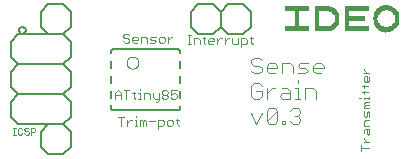
<source format=gto>
G75*
%MOIN*%
%OFA0B0*%
%FSLAX25Y25*%
%IPPOS*%
%LPD*%
%AMOC8*
5,1,8,0,0,1.08239X$1,22.5*
%
%ADD10C,0.00400*%
%ADD11R,0.00150X0.00050*%
%ADD12R,0.01350X0.00050*%
%ADD13R,0.01850X0.00050*%
%ADD14R,0.02300X0.00050*%
%ADD15R,0.02650X0.00050*%
%ADD16R,0.02950X0.00050*%
%ADD17R,0.03250X0.00050*%
%ADD18R,0.03450X0.00050*%
%ADD19R,0.08050X0.00050*%
%ADD20R,0.04450X0.00050*%
%ADD21R,0.08100X0.00050*%
%ADD22R,0.03650X0.00050*%
%ADD23R,0.04750X0.00050*%
%ADD24R,0.03850X0.00050*%
%ADD25R,0.05000X0.00050*%
%ADD26R,0.04050X0.00050*%
%ADD27R,0.05150X0.00050*%
%ADD28R,0.04250X0.00050*%
%ADD29R,0.05300X0.00050*%
%ADD30R,0.05450X0.00050*%
%ADD31R,0.04650X0.00050*%
%ADD32R,0.05600X0.00050*%
%ADD33R,0.05700X0.00050*%
%ADD34R,0.04950X0.00050*%
%ADD35R,0.05800X0.00050*%
%ADD36R,0.05050X0.00050*%
%ADD37R,0.05900X0.00050*%
%ADD38R,0.05250X0.00050*%
%ADD39R,0.06000X0.00050*%
%ADD40R,0.05350X0.00050*%
%ADD41R,0.06100X0.00050*%
%ADD42R,0.06200X0.00050*%
%ADD43R,0.06250X0.00050*%
%ADD44R,0.05750X0.00050*%
%ADD45R,0.06350X0.00050*%
%ADD46R,0.05850X0.00050*%
%ADD47R,0.06400X0.00050*%
%ADD48R,0.05950X0.00050*%
%ADD49R,0.06500X0.00050*%
%ADD50R,0.06050X0.00050*%
%ADD51R,0.06550X0.00050*%
%ADD52R,0.06150X0.00050*%
%ADD53R,0.06600X0.00050*%
%ADD54R,0.06650X0.00050*%
%ADD55R,0.06700X0.00050*%
%ADD56R,0.06450X0.00050*%
%ADD57R,0.06800X0.00050*%
%ADD58R,0.06850X0.00050*%
%ADD59R,0.06900X0.00050*%
%ADD60R,0.02750X0.00050*%
%ADD61R,0.06950X0.00050*%
%ADD62R,0.02600X0.00050*%
%ADD63R,0.07000X0.00050*%
%ADD64R,0.02450X0.00050*%
%ADD65R,0.07050X0.00050*%
%ADD66R,0.02350X0.00050*%
%ADD67R,0.01450X0.00050*%
%ADD68R,0.01400X0.00050*%
%ADD69R,0.02550X0.00050*%
%ADD70R,0.02250X0.00050*%
%ADD71R,0.02400X0.00050*%
%ADD72R,0.02150X0.00050*%
%ADD73R,0.02100X0.00050*%
%ADD74R,0.02000X0.00050*%
%ADD75R,0.02050X0.00050*%
%ADD76R,0.01900X0.00050*%
%ADD77R,0.01950X0.00050*%
%ADD78R,0.01800X0.00050*%
%ADD79R,0.01750X0.00050*%
%ADD80R,0.01700X0.00050*%
%ADD81R,0.01650X0.00050*%
%ADD82R,0.01600X0.00050*%
%ADD83R,0.01550X0.00050*%
%ADD84R,0.01500X0.00050*%
%ADD85R,0.02200X0.00050*%
%ADD86R,0.02800X0.00050*%
%ADD87R,0.06750X0.00050*%
%ADD88C,0.00300*%
%ADD89C,0.00200*%
%ADD90C,0.00600*%
%ADD91C,0.00500*%
D10*
X0088735Y0017000D02*
X0087000Y0020470D01*
X0090470Y0020470D02*
X0088735Y0017000D01*
X0092156Y0017867D02*
X0093024Y0017000D01*
X0094759Y0017000D01*
X0095626Y0017867D01*
X0095626Y0021337D01*
X0092156Y0017867D01*
X0092156Y0021337D01*
X0093024Y0022204D01*
X0094759Y0022204D01*
X0095626Y0021337D01*
X0099891Y0021337D02*
X0100758Y0022204D01*
X0102493Y0022204D01*
X0103361Y0021337D01*
X0103361Y0020470D01*
X0102493Y0019602D01*
X0103361Y0018735D01*
X0103361Y0017867D01*
X0102493Y0017000D01*
X0100758Y0017000D01*
X0099891Y0017867D01*
X0098180Y0017867D02*
X0098180Y0017000D01*
X0097313Y0017000D01*
X0097313Y0017867D01*
X0098180Y0017867D01*
X0101626Y0019602D02*
X0102493Y0019602D01*
X0102477Y0025400D02*
X0102477Y0028870D01*
X0101610Y0028870D01*
X0099923Y0028002D02*
X0099923Y0025400D01*
X0097321Y0025400D01*
X0096453Y0026267D01*
X0097321Y0027135D01*
X0099923Y0027135D01*
X0099923Y0028002D02*
X0099056Y0028870D01*
X0097321Y0028870D01*
X0094759Y0028870D02*
X0093891Y0028870D01*
X0092156Y0027135D01*
X0090470Y0028002D02*
X0088735Y0028002D01*
X0090470Y0028002D02*
X0090470Y0026267D01*
X0089602Y0025400D01*
X0087867Y0025400D01*
X0087000Y0026267D01*
X0087000Y0029737D01*
X0087867Y0030604D01*
X0089602Y0030604D01*
X0090470Y0029737D01*
X0092156Y0028870D02*
X0092156Y0025400D01*
X0101610Y0025400D02*
X0103345Y0025400D01*
X0105047Y0025400D02*
X0105047Y0028870D01*
X0107650Y0028870D01*
X0108517Y0028002D01*
X0108517Y0025400D01*
X0102477Y0030604D02*
X0102477Y0031472D01*
X0102469Y0033800D02*
X0105071Y0033800D01*
X0105939Y0034667D01*
X0105071Y0035535D01*
X0103337Y0035535D01*
X0102469Y0036402D01*
X0103337Y0037270D01*
X0105939Y0037270D01*
X0107626Y0036402D02*
X0108493Y0037270D01*
X0110228Y0037270D01*
X0111095Y0036402D01*
X0111095Y0035535D01*
X0107626Y0035535D01*
X0107626Y0036402D02*
X0107626Y0034667D01*
X0108493Y0033800D01*
X0110228Y0033800D01*
X0100782Y0033800D02*
X0100782Y0036402D01*
X0099915Y0037270D01*
X0097313Y0037270D01*
X0097313Y0033800D01*
X0095626Y0035535D02*
X0092156Y0035535D01*
X0092156Y0036402D02*
X0092156Y0034667D01*
X0093024Y0033800D01*
X0094759Y0033800D01*
X0095626Y0035535D02*
X0095626Y0036402D01*
X0094759Y0037270D01*
X0093024Y0037270D01*
X0092156Y0036402D01*
X0090470Y0035535D02*
X0090470Y0034667D01*
X0089602Y0033800D01*
X0087867Y0033800D01*
X0087000Y0034667D01*
X0089602Y0036402D02*
X0090470Y0035535D01*
X0089602Y0036402D02*
X0087867Y0036402D01*
X0087000Y0037270D01*
X0087000Y0038137D01*
X0087867Y0039004D01*
X0089602Y0039004D01*
X0090470Y0038137D01*
D11*
X0132050Y0047450D03*
X0132050Y0056250D03*
D12*
X0132050Y0056200D03*
X0132050Y0047500D03*
D13*
X0132050Y0047550D03*
X0129150Y0049700D03*
X0129100Y0049750D03*
X0129050Y0049800D03*
X0134950Y0049700D03*
X0135000Y0049750D03*
X0135050Y0049800D03*
X0135050Y0053900D03*
X0135000Y0053950D03*
X0134950Y0054000D03*
X0132050Y0056150D03*
X0129100Y0053950D03*
X0129050Y0053900D03*
X0115000Y0053850D03*
X0114950Y0053900D03*
X0115000Y0049850D03*
X0114950Y0049800D03*
X0114900Y0049750D03*
D14*
X0114425Y0049350D03*
X0114425Y0054350D03*
X0129675Y0054500D03*
X0132025Y0056100D03*
X0134425Y0054500D03*
X0134425Y0049200D03*
X0132025Y0047600D03*
X0129675Y0049200D03*
D15*
X0132050Y0047650D03*
X0132050Y0056050D03*
D16*
X0132050Y0056000D03*
X0130200Y0054750D03*
X0133900Y0054750D03*
X0133900Y0048950D03*
X0132050Y0047700D03*
X0130200Y0048950D03*
D17*
X0132050Y0047750D03*
X0132050Y0055950D03*
D18*
X0132050Y0055900D03*
X0132050Y0047800D03*
D19*
X0102200Y0047850D03*
X0102200Y0047900D03*
X0102200Y0047950D03*
X0102200Y0048000D03*
X0102200Y0048050D03*
X0102200Y0048100D03*
X0102200Y0048150D03*
X0102200Y0048200D03*
X0102200Y0048250D03*
X0102200Y0048300D03*
X0102200Y0048350D03*
X0102200Y0048400D03*
X0102200Y0048450D03*
X0102200Y0048500D03*
X0102200Y0048550D03*
X0102200Y0048600D03*
X0102200Y0048650D03*
X0102200Y0048700D03*
X0102200Y0048750D03*
X0102200Y0048800D03*
X0102200Y0048850D03*
X0102200Y0048900D03*
X0102200Y0048950D03*
X0102200Y0049000D03*
X0102200Y0049050D03*
X0102200Y0049100D03*
X0102200Y0049150D03*
X0102200Y0054550D03*
X0102200Y0054600D03*
X0102200Y0054650D03*
X0102200Y0054700D03*
X0102200Y0054750D03*
X0102200Y0054800D03*
X0102200Y0054850D03*
X0102200Y0054900D03*
X0102200Y0054950D03*
X0102200Y0055000D03*
X0102200Y0055050D03*
X0102200Y0055100D03*
X0102200Y0055150D03*
X0102200Y0055200D03*
X0102200Y0055250D03*
X0102200Y0055300D03*
X0102200Y0055350D03*
X0102200Y0055400D03*
X0102200Y0055450D03*
X0102200Y0055500D03*
X0102200Y0055550D03*
X0102200Y0055600D03*
X0102200Y0055650D03*
X0102200Y0055700D03*
X0102200Y0055750D03*
X0102200Y0055800D03*
X0102200Y0055850D03*
D20*
X0110600Y0055850D03*
X0110600Y0047850D03*
X0132050Y0048050D03*
X0132050Y0055650D03*
D21*
X0122275Y0055650D03*
X0122275Y0055700D03*
X0122275Y0055750D03*
X0122275Y0055800D03*
X0122275Y0055850D03*
X0122275Y0055600D03*
X0122275Y0055550D03*
X0122275Y0055500D03*
X0122275Y0055450D03*
X0122275Y0055400D03*
X0122275Y0055350D03*
X0122275Y0055300D03*
X0122275Y0055250D03*
X0122275Y0055200D03*
X0122275Y0055150D03*
X0122275Y0055100D03*
X0122275Y0055050D03*
X0122275Y0055000D03*
X0122275Y0054950D03*
X0122275Y0054900D03*
X0122275Y0054850D03*
X0122275Y0054800D03*
X0122275Y0054750D03*
X0122275Y0054700D03*
X0122275Y0054650D03*
X0122275Y0054600D03*
X0122275Y0054550D03*
X0122275Y0049150D03*
X0122275Y0049100D03*
X0122275Y0049050D03*
X0122275Y0049000D03*
X0122275Y0048950D03*
X0122275Y0048900D03*
X0122275Y0048850D03*
X0122275Y0048800D03*
X0122275Y0048750D03*
X0122275Y0048700D03*
X0122275Y0048650D03*
X0122275Y0048600D03*
X0122275Y0048550D03*
X0122275Y0048500D03*
X0122275Y0048450D03*
X0122275Y0048400D03*
X0122275Y0048350D03*
X0122275Y0048300D03*
X0122275Y0048250D03*
X0122275Y0048200D03*
X0122275Y0048150D03*
X0122275Y0048100D03*
X0122275Y0048050D03*
X0122275Y0048000D03*
X0122275Y0047950D03*
X0122275Y0047900D03*
X0122275Y0047850D03*
D22*
X0132050Y0047850D03*
X0132050Y0055850D03*
D23*
X0132050Y0055550D03*
X0132050Y0048150D03*
X0110750Y0047900D03*
X0110750Y0055800D03*
D24*
X0132050Y0055800D03*
X0132050Y0047900D03*
D25*
X0110875Y0047950D03*
X0110875Y0055750D03*
D26*
X0132050Y0055750D03*
X0132050Y0047950D03*
D27*
X0110950Y0048000D03*
X0110950Y0055700D03*
D28*
X0132050Y0055700D03*
X0132050Y0048000D03*
D29*
X0111025Y0048050D03*
D30*
X0111100Y0048100D03*
X0111100Y0055600D03*
X0132050Y0055300D03*
X0132050Y0048400D03*
D31*
X0132050Y0048100D03*
X0132050Y0055600D03*
D32*
X0132025Y0055250D03*
X0132025Y0048450D03*
X0111175Y0048150D03*
X0111175Y0055550D03*
D33*
X0111225Y0055500D03*
X0111225Y0048200D03*
D34*
X0132050Y0048200D03*
X0132050Y0055500D03*
D35*
X0111275Y0055450D03*
X0111275Y0048250D03*
D36*
X0132050Y0048250D03*
X0132050Y0055450D03*
D37*
X0111325Y0048300D03*
D38*
X0132050Y0048300D03*
X0132050Y0055400D03*
D39*
X0111375Y0055350D03*
X0111375Y0048350D03*
D40*
X0111050Y0055650D03*
X0132050Y0055350D03*
X0132050Y0048350D03*
D41*
X0111425Y0048400D03*
X0111425Y0055300D03*
D42*
X0111475Y0055250D03*
X0111475Y0048450D03*
D43*
X0111500Y0048500D03*
X0111500Y0055200D03*
X0132050Y0054950D03*
X0132050Y0048750D03*
D44*
X0132050Y0048500D03*
X0132050Y0055200D03*
D45*
X0132050Y0054900D03*
X0132050Y0048800D03*
X0111550Y0048550D03*
X0111550Y0055150D03*
D46*
X0132050Y0055150D03*
X0132050Y0048550D03*
D47*
X0111575Y0048600D03*
X0111575Y0055100D03*
D48*
X0111350Y0055400D03*
X0132050Y0055100D03*
X0132050Y0048600D03*
D49*
X0111625Y0048650D03*
X0111625Y0055050D03*
D50*
X0132050Y0055050D03*
X0132050Y0048650D03*
D51*
X0132050Y0048900D03*
X0132050Y0054800D03*
X0111650Y0055000D03*
X0111650Y0048700D03*
D52*
X0132050Y0048700D03*
X0132050Y0055000D03*
D53*
X0121525Y0052500D03*
X0121525Y0052450D03*
X0121525Y0052400D03*
X0121525Y0052350D03*
X0121525Y0052300D03*
X0121525Y0052250D03*
X0121525Y0052200D03*
X0121525Y0052150D03*
X0121525Y0052100D03*
X0121525Y0052050D03*
X0121525Y0052000D03*
X0121525Y0051950D03*
X0121525Y0051900D03*
X0121525Y0051850D03*
X0121525Y0051800D03*
X0121525Y0051750D03*
X0121525Y0051700D03*
X0121525Y0051650D03*
X0121525Y0051600D03*
X0121525Y0051550D03*
X0121525Y0051500D03*
X0121525Y0051450D03*
X0121525Y0051400D03*
X0121525Y0051350D03*
X0121525Y0051300D03*
X0121525Y0051250D03*
X0121525Y0051200D03*
X0111675Y0048750D03*
X0111675Y0054950D03*
D54*
X0111700Y0048800D03*
D55*
X0111725Y0048850D03*
X0111725Y0054900D03*
D56*
X0132050Y0054850D03*
X0132050Y0048850D03*
D57*
X0111775Y0048900D03*
X0111775Y0054800D03*
D58*
X0111800Y0054750D03*
X0111800Y0048950D03*
D59*
X0111825Y0049000D03*
X0111825Y0054700D03*
D60*
X0114050Y0049200D03*
X0130050Y0049000D03*
X0134050Y0049000D03*
X0134050Y0054700D03*
X0130050Y0054700D03*
D61*
X0111850Y0054650D03*
X0111850Y0049050D03*
D62*
X0114225Y0054450D03*
X0129925Y0054650D03*
X0134175Y0054650D03*
X0134175Y0049050D03*
X0129925Y0049050D03*
D63*
X0111875Y0049100D03*
X0111875Y0054600D03*
D64*
X0129850Y0054600D03*
X0134250Y0054600D03*
X0134250Y0049100D03*
X0129850Y0049100D03*
D65*
X0111900Y0049150D03*
X0111900Y0054550D03*
D66*
X0129750Y0054550D03*
X0134350Y0054550D03*
X0134350Y0049150D03*
X0129750Y0049150D03*
D67*
X0128400Y0051500D03*
X0128400Y0051550D03*
X0128400Y0051600D03*
X0128400Y0051650D03*
X0128400Y0052050D03*
X0128400Y0052100D03*
X0128400Y0052150D03*
X0128400Y0052200D03*
X0135700Y0052150D03*
X0135700Y0052100D03*
X0135700Y0052050D03*
X0135700Y0052000D03*
X0135700Y0051950D03*
X0135700Y0051750D03*
X0135700Y0051700D03*
X0135700Y0051650D03*
X0135700Y0051600D03*
X0135700Y0051550D03*
X0102200Y0049200D03*
X0102200Y0054500D03*
D68*
X0102225Y0054450D03*
X0102225Y0054400D03*
X0102225Y0054350D03*
X0102225Y0054300D03*
X0102225Y0054250D03*
X0102225Y0054200D03*
X0102225Y0054150D03*
X0102225Y0054100D03*
X0102225Y0054050D03*
X0102225Y0054000D03*
X0102225Y0053950D03*
X0102225Y0053900D03*
X0102225Y0053850D03*
X0102225Y0053800D03*
X0102225Y0053750D03*
X0102225Y0053700D03*
X0102225Y0053650D03*
X0102225Y0053600D03*
X0102225Y0053550D03*
X0102225Y0053500D03*
X0102225Y0053450D03*
X0102225Y0053400D03*
X0102225Y0053350D03*
X0102225Y0053300D03*
X0102225Y0053250D03*
X0102225Y0053200D03*
X0102225Y0053150D03*
X0102225Y0053100D03*
X0102225Y0053050D03*
X0102225Y0053000D03*
X0102225Y0052950D03*
X0102225Y0052900D03*
X0102225Y0052850D03*
X0102225Y0052800D03*
X0102225Y0052750D03*
X0102225Y0052700D03*
X0102225Y0052650D03*
X0102225Y0052600D03*
X0102225Y0052550D03*
X0102225Y0052500D03*
X0102225Y0052450D03*
X0102225Y0052400D03*
X0102225Y0052350D03*
X0102225Y0052300D03*
X0102225Y0052250D03*
X0102225Y0052200D03*
X0102225Y0052150D03*
X0102225Y0052100D03*
X0102225Y0052050D03*
X0102225Y0052000D03*
X0102225Y0051950D03*
X0102225Y0051900D03*
X0102225Y0051850D03*
X0102225Y0051800D03*
X0102225Y0051750D03*
X0102225Y0051700D03*
X0102225Y0051650D03*
X0102225Y0051600D03*
X0102225Y0051550D03*
X0102225Y0051500D03*
X0102225Y0051450D03*
X0102225Y0051400D03*
X0102225Y0051350D03*
X0102225Y0051300D03*
X0102225Y0051250D03*
X0102225Y0051200D03*
X0102225Y0051150D03*
X0102225Y0051100D03*
X0102225Y0051050D03*
X0102225Y0051000D03*
X0102225Y0050950D03*
X0102225Y0050900D03*
X0102225Y0050850D03*
X0102225Y0050800D03*
X0102225Y0050750D03*
X0102225Y0050700D03*
X0102225Y0050650D03*
X0102225Y0050600D03*
X0102225Y0050550D03*
X0102225Y0050500D03*
X0102225Y0050450D03*
X0102225Y0050400D03*
X0102225Y0050350D03*
X0102225Y0050300D03*
X0102225Y0050250D03*
X0102225Y0050200D03*
X0102225Y0050150D03*
X0102225Y0050100D03*
X0102225Y0050050D03*
X0102225Y0050000D03*
X0102225Y0049950D03*
X0102225Y0049900D03*
X0102225Y0049850D03*
X0102225Y0049800D03*
X0102225Y0049750D03*
X0102225Y0049700D03*
X0102225Y0049650D03*
X0102225Y0049600D03*
X0102225Y0049550D03*
X0102225Y0049500D03*
X0102225Y0049450D03*
X0102225Y0049400D03*
X0102225Y0049350D03*
X0102225Y0049300D03*
X0102225Y0049250D03*
X0109075Y0049250D03*
X0109075Y0049300D03*
X0109075Y0049350D03*
X0109075Y0049400D03*
X0109075Y0049450D03*
X0109075Y0049500D03*
X0109075Y0049550D03*
X0109075Y0049600D03*
X0109075Y0049650D03*
X0109075Y0049700D03*
X0109075Y0049750D03*
X0109075Y0049800D03*
X0109075Y0049850D03*
X0109075Y0049900D03*
X0109075Y0049950D03*
X0109075Y0050000D03*
X0109075Y0050050D03*
X0109075Y0050100D03*
X0109075Y0050150D03*
X0109075Y0050200D03*
X0109075Y0050250D03*
X0109075Y0050300D03*
X0109075Y0050350D03*
X0109075Y0050400D03*
X0109075Y0050450D03*
X0109075Y0050500D03*
X0109075Y0050550D03*
X0109075Y0050600D03*
X0109075Y0050650D03*
X0109075Y0050700D03*
X0109075Y0050750D03*
X0109075Y0050800D03*
X0109075Y0050850D03*
X0109075Y0050900D03*
X0109075Y0050950D03*
X0109075Y0051000D03*
X0109075Y0051050D03*
X0109075Y0051100D03*
X0109075Y0051150D03*
X0109075Y0051200D03*
X0109075Y0051250D03*
X0109075Y0051300D03*
X0109075Y0051350D03*
X0109075Y0051400D03*
X0109075Y0051450D03*
X0109075Y0051500D03*
X0109075Y0051550D03*
X0109075Y0051600D03*
X0109075Y0051650D03*
X0109075Y0051700D03*
X0109075Y0051750D03*
X0109075Y0051800D03*
X0109075Y0051850D03*
X0109075Y0051900D03*
X0109075Y0051950D03*
X0109075Y0052000D03*
X0109075Y0052050D03*
X0109075Y0052100D03*
X0109075Y0052150D03*
X0109075Y0052200D03*
X0109075Y0052250D03*
X0109075Y0052300D03*
X0109075Y0052350D03*
X0109075Y0052400D03*
X0109075Y0052450D03*
X0109075Y0052500D03*
X0109075Y0052550D03*
X0109075Y0052600D03*
X0109075Y0052650D03*
X0109075Y0052700D03*
X0109075Y0052750D03*
X0109075Y0052800D03*
X0109075Y0052850D03*
X0109075Y0052900D03*
X0109075Y0052950D03*
X0109075Y0053000D03*
X0109075Y0053050D03*
X0109075Y0053100D03*
X0109075Y0053150D03*
X0109075Y0053200D03*
X0109075Y0053250D03*
X0109075Y0053300D03*
X0109075Y0053350D03*
X0109075Y0053400D03*
X0109075Y0053450D03*
X0109075Y0053500D03*
X0109075Y0053550D03*
X0109075Y0053600D03*
X0109075Y0053650D03*
X0109075Y0053700D03*
X0109075Y0053750D03*
X0109075Y0053800D03*
X0109075Y0053850D03*
X0109075Y0053900D03*
X0109075Y0053950D03*
X0109075Y0054000D03*
X0109075Y0054050D03*
X0109075Y0054100D03*
X0109075Y0054150D03*
X0109075Y0054200D03*
X0109075Y0054250D03*
X0109075Y0054300D03*
X0109075Y0054350D03*
X0109075Y0054400D03*
X0109075Y0054450D03*
X0109075Y0054500D03*
X0118925Y0054500D03*
X0118925Y0054450D03*
X0118925Y0054400D03*
X0118925Y0054350D03*
X0118925Y0054300D03*
X0118925Y0054250D03*
X0118925Y0054200D03*
X0118925Y0054150D03*
X0118925Y0054100D03*
X0118925Y0054050D03*
X0118925Y0054000D03*
X0118925Y0053950D03*
X0118925Y0053900D03*
X0118925Y0053850D03*
X0118925Y0053800D03*
X0118925Y0053750D03*
X0118925Y0053700D03*
X0118925Y0053650D03*
X0118925Y0053600D03*
X0118925Y0053550D03*
X0118925Y0053500D03*
X0118925Y0053450D03*
X0118925Y0053400D03*
X0118925Y0053350D03*
X0118925Y0053300D03*
X0118925Y0053250D03*
X0118925Y0053200D03*
X0118925Y0053150D03*
X0118925Y0053100D03*
X0118925Y0053050D03*
X0118925Y0053000D03*
X0118925Y0052950D03*
X0118925Y0052900D03*
X0118925Y0052850D03*
X0118925Y0052800D03*
X0118925Y0052750D03*
X0118925Y0052700D03*
X0118925Y0052650D03*
X0118925Y0052600D03*
X0118925Y0052550D03*
X0118925Y0051150D03*
X0118925Y0051100D03*
X0118925Y0051050D03*
X0118925Y0051000D03*
X0118925Y0050950D03*
X0118925Y0050900D03*
X0118925Y0050850D03*
X0118925Y0050800D03*
X0118925Y0050750D03*
X0118925Y0050700D03*
X0118925Y0050650D03*
X0118925Y0050600D03*
X0118925Y0050550D03*
X0118925Y0050500D03*
X0118925Y0050450D03*
X0118925Y0050400D03*
X0118925Y0050350D03*
X0118925Y0050300D03*
X0118925Y0050250D03*
X0118925Y0050200D03*
X0118925Y0050150D03*
X0118925Y0050100D03*
X0118925Y0050050D03*
X0118925Y0050000D03*
X0118925Y0049950D03*
X0118925Y0049900D03*
X0118925Y0049850D03*
X0118925Y0049800D03*
X0118925Y0049750D03*
X0118925Y0049700D03*
X0118925Y0049650D03*
X0118925Y0049600D03*
X0118925Y0049550D03*
X0118925Y0049500D03*
X0118925Y0049450D03*
X0118925Y0049400D03*
X0118925Y0049350D03*
X0118925Y0049300D03*
X0118925Y0049250D03*
X0118925Y0049200D03*
X0109075Y0049200D03*
D69*
X0114200Y0049250D03*
D70*
X0114500Y0049400D03*
X0114500Y0054300D03*
X0129600Y0054450D03*
X0134500Y0054450D03*
X0134500Y0049250D03*
X0129600Y0049250D03*
D71*
X0114325Y0049300D03*
X0114325Y0054400D03*
D72*
X0114550Y0049450D03*
X0129550Y0049300D03*
X0134550Y0049300D03*
X0134550Y0054400D03*
X0129550Y0054400D03*
D73*
X0129475Y0054350D03*
X0129425Y0054300D03*
X0134625Y0054350D03*
X0134675Y0054300D03*
X0134675Y0049400D03*
X0134625Y0049350D03*
X0129475Y0049350D03*
X0129425Y0049400D03*
X0114625Y0049500D03*
X0114625Y0054200D03*
D74*
X0114775Y0049600D03*
X0129275Y0049550D03*
X0129325Y0049500D03*
X0129375Y0049450D03*
X0134725Y0049450D03*
X0134775Y0049500D03*
X0134825Y0049550D03*
X0134825Y0054150D03*
X0134775Y0054200D03*
X0134725Y0054250D03*
X0129375Y0054250D03*
X0129325Y0054200D03*
X0129275Y0054150D03*
D75*
X0114750Y0054100D03*
X0114700Y0054150D03*
X0114700Y0049550D03*
D76*
X0129175Y0049650D03*
X0129225Y0049600D03*
X0134875Y0049600D03*
X0134925Y0049650D03*
X0134925Y0054050D03*
X0134875Y0054100D03*
X0129225Y0054100D03*
X0129175Y0054050D03*
X0129125Y0054000D03*
D77*
X0114900Y0053950D03*
X0114850Y0054000D03*
X0114800Y0054050D03*
X0114850Y0049700D03*
X0114800Y0049650D03*
D78*
X0115025Y0049900D03*
X0115075Y0049950D03*
X0115075Y0053750D03*
X0115025Y0053800D03*
X0128975Y0053800D03*
X0129025Y0053850D03*
X0135075Y0053850D03*
X0135125Y0053800D03*
X0135125Y0049900D03*
X0135075Y0049850D03*
X0129025Y0049850D03*
X0128975Y0049900D03*
D79*
X0128950Y0049950D03*
X0128900Y0050000D03*
X0128900Y0050050D03*
X0135150Y0049950D03*
X0135200Y0050050D03*
X0135200Y0053650D03*
X0135150Y0053750D03*
X0128950Y0053750D03*
X0128900Y0053700D03*
X0128900Y0053650D03*
X0115200Y0053550D03*
X0115150Y0053600D03*
X0115150Y0053650D03*
X0115100Y0053700D03*
X0115200Y0050150D03*
X0115150Y0050050D03*
X0115100Y0050000D03*
D80*
X0115175Y0050100D03*
X0115225Y0050200D03*
X0115275Y0050250D03*
X0115275Y0053400D03*
X0115275Y0053450D03*
X0115225Y0053500D03*
X0128775Y0053450D03*
X0128825Y0053550D03*
X0128875Y0053600D03*
X0135175Y0053700D03*
X0135225Y0053600D03*
X0135275Y0053550D03*
X0135325Y0053450D03*
X0135325Y0050250D03*
X0135275Y0050150D03*
X0135225Y0050100D03*
X0135175Y0050000D03*
X0128875Y0050100D03*
X0128825Y0050150D03*
X0128775Y0050250D03*
D81*
X0128750Y0050300D03*
X0128700Y0050400D03*
X0128800Y0050200D03*
X0128700Y0053300D03*
X0128750Y0053400D03*
X0128800Y0053500D03*
X0135300Y0053500D03*
X0135350Y0053400D03*
X0135350Y0053350D03*
X0135400Y0053300D03*
X0135400Y0050400D03*
X0135350Y0050350D03*
X0135350Y0050300D03*
X0135300Y0050200D03*
X0115400Y0050550D03*
X0115350Y0050450D03*
X0115350Y0050400D03*
X0115300Y0050350D03*
X0115300Y0050300D03*
X0115400Y0053150D03*
X0115400Y0053200D03*
X0115350Y0053250D03*
X0115350Y0053300D03*
X0115300Y0053350D03*
D82*
X0115425Y0053100D03*
X0115425Y0053050D03*
X0115475Y0053000D03*
X0115475Y0052950D03*
X0115475Y0052900D03*
X0115525Y0052850D03*
X0115525Y0052800D03*
X0115575Y0052600D03*
X0115525Y0050900D03*
X0115475Y0050750D03*
X0115475Y0050700D03*
X0115425Y0050650D03*
X0115425Y0050600D03*
X0115375Y0050500D03*
X0128575Y0050700D03*
X0128625Y0050600D03*
X0128625Y0050550D03*
X0128675Y0050500D03*
X0128675Y0050450D03*
X0128725Y0050350D03*
X0128575Y0053000D03*
X0128625Y0053100D03*
X0128625Y0053150D03*
X0128675Y0053200D03*
X0128675Y0053250D03*
X0128725Y0053350D03*
X0135425Y0053250D03*
X0135425Y0053200D03*
X0135475Y0053150D03*
X0135475Y0053100D03*
X0135525Y0053000D03*
X0135525Y0050700D03*
X0135475Y0050600D03*
X0135475Y0050550D03*
X0135425Y0050500D03*
X0135425Y0050450D03*
D83*
X0135500Y0050650D03*
X0135550Y0050750D03*
X0135550Y0050800D03*
X0135550Y0050850D03*
X0135600Y0050950D03*
X0135600Y0051000D03*
X0135650Y0051200D03*
X0135650Y0052500D03*
X0135600Y0052700D03*
X0135600Y0052750D03*
X0135600Y0052800D03*
X0135550Y0052850D03*
X0135550Y0052900D03*
X0135550Y0052950D03*
X0135500Y0053050D03*
X0128600Y0053050D03*
X0128550Y0052950D03*
X0128550Y0052900D03*
X0128550Y0052850D03*
X0128500Y0052800D03*
X0128500Y0052750D03*
X0128500Y0052700D03*
X0128500Y0051000D03*
X0128500Y0050950D03*
X0128500Y0050900D03*
X0128550Y0050850D03*
X0128550Y0050800D03*
X0128550Y0050750D03*
X0128600Y0050650D03*
X0115650Y0051550D03*
X0115650Y0051600D03*
X0115650Y0051650D03*
X0115650Y0051700D03*
X0115650Y0051750D03*
X0115650Y0051800D03*
X0115650Y0051850D03*
X0115650Y0051900D03*
X0115650Y0051950D03*
X0115650Y0052000D03*
X0115650Y0052050D03*
X0115650Y0052100D03*
X0115650Y0052150D03*
X0115650Y0052200D03*
X0115600Y0052350D03*
X0115600Y0052400D03*
X0115600Y0052450D03*
X0115600Y0052500D03*
X0115600Y0052550D03*
X0115550Y0052650D03*
X0115550Y0052700D03*
X0115550Y0052750D03*
X0115600Y0051300D03*
X0115600Y0051250D03*
X0115600Y0051200D03*
X0115600Y0051150D03*
X0115550Y0051100D03*
X0115550Y0051050D03*
X0115550Y0051000D03*
X0115550Y0050950D03*
X0115500Y0050850D03*
X0115500Y0050800D03*
D84*
X0115625Y0051350D03*
X0115625Y0051400D03*
X0115625Y0051450D03*
X0115625Y0051500D03*
X0115625Y0052250D03*
X0115625Y0052300D03*
X0128375Y0052000D03*
X0128375Y0051950D03*
X0128375Y0051900D03*
X0128375Y0051850D03*
X0128375Y0051800D03*
X0128375Y0051750D03*
X0128375Y0051700D03*
X0128425Y0051450D03*
X0128425Y0051400D03*
X0128425Y0051350D03*
X0128425Y0051300D03*
X0128425Y0051250D03*
X0128425Y0051200D03*
X0128475Y0051150D03*
X0128475Y0051100D03*
X0128475Y0051050D03*
X0128425Y0052250D03*
X0128425Y0052300D03*
X0128425Y0052350D03*
X0128425Y0052400D03*
X0128425Y0052450D03*
X0128425Y0052500D03*
X0128475Y0052550D03*
X0128475Y0052600D03*
X0128475Y0052650D03*
X0135625Y0052650D03*
X0135625Y0052600D03*
X0135625Y0052550D03*
X0135675Y0052450D03*
X0135675Y0052400D03*
X0135675Y0052350D03*
X0135675Y0052300D03*
X0135675Y0052250D03*
X0135675Y0052200D03*
X0135725Y0051900D03*
X0135725Y0051850D03*
X0135725Y0051800D03*
X0135675Y0051500D03*
X0135675Y0051450D03*
X0135675Y0051400D03*
X0135675Y0051350D03*
X0135675Y0051300D03*
X0135675Y0051250D03*
X0135625Y0051150D03*
X0135625Y0051100D03*
X0135625Y0051050D03*
X0135575Y0050900D03*
D85*
X0114575Y0054250D03*
D86*
X0114075Y0054500D03*
D87*
X0111750Y0054850D03*
D88*
X0087443Y0045485D02*
X0086476Y0045485D01*
X0086959Y0045969D02*
X0086959Y0044034D01*
X0087443Y0043550D01*
X0085464Y0044034D02*
X0084980Y0043550D01*
X0083529Y0043550D01*
X0082518Y0043550D02*
X0082518Y0045485D01*
X0083529Y0045485D02*
X0084980Y0045485D01*
X0085464Y0045001D01*
X0085464Y0044034D01*
X0083529Y0042583D02*
X0083529Y0045485D01*
X0080583Y0045485D02*
X0080583Y0044034D01*
X0081066Y0043550D01*
X0082518Y0043550D01*
X0079578Y0045485D02*
X0079095Y0045485D01*
X0078127Y0044517D01*
X0078127Y0043550D02*
X0078127Y0045485D01*
X0077123Y0045485D02*
X0076639Y0045485D01*
X0075672Y0044517D01*
X0075672Y0043550D02*
X0075672Y0045485D01*
X0074660Y0045001D02*
X0074660Y0044517D01*
X0072725Y0044517D01*
X0072725Y0044034D02*
X0072725Y0045001D01*
X0073209Y0045485D01*
X0074176Y0045485D01*
X0074660Y0045001D01*
X0074176Y0043550D02*
X0073209Y0043550D01*
X0072725Y0044034D01*
X0071728Y0043550D02*
X0071245Y0044034D01*
X0071245Y0045969D01*
X0071728Y0045485D02*
X0070761Y0045485D01*
X0069749Y0045001D02*
X0069749Y0043550D01*
X0067814Y0043550D02*
X0067814Y0045485D01*
X0069266Y0045485D01*
X0069749Y0045001D01*
X0066817Y0043550D02*
X0065850Y0043550D01*
X0066334Y0043550D02*
X0066334Y0046452D01*
X0066817Y0046452D02*
X0065850Y0046452D01*
X0060584Y0046035D02*
X0060100Y0046035D01*
X0059133Y0045067D01*
X0059133Y0044100D02*
X0059133Y0046035D01*
X0058121Y0045551D02*
X0057637Y0046035D01*
X0056670Y0046035D01*
X0056186Y0045551D01*
X0056186Y0044584D01*
X0056670Y0044100D01*
X0057637Y0044100D01*
X0058121Y0044584D01*
X0058121Y0045551D01*
X0055175Y0046035D02*
X0053723Y0046035D01*
X0053240Y0045551D01*
X0053723Y0045067D01*
X0054691Y0045067D01*
X0055175Y0044584D01*
X0054691Y0044100D01*
X0053240Y0044100D01*
X0052228Y0044100D02*
X0052228Y0045551D01*
X0051744Y0046035D01*
X0050293Y0046035D01*
X0050293Y0044100D01*
X0049281Y0045067D02*
X0047347Y0045067D01*
X0047347Y0044584D02*
X0047347Y0045551D01*
X0047830Y0046035D01*
X0048798Y0046035D01*
X0049281Y0045551D01*
X0049281Y0045067D01*
X0048798Y0044100D02*
X0047830Y0044100D01*
X0047347Y0044584D01*
X0046335Y0044584D02*
X0045851Y0044100D01*
X0044884Y0044100D01*
X0044400Y0044584D01*
X0044884Y0045551D02*
X0045851Y0045551D01*
X0046335Y0045067D01*
X0046335Y0044584D01*
X0044884Y0045551D02*
X0044400Y0046035D01*
X0044400Y0046519D01*
X0044884Y0047002D01*
X0045851Y0047002D01*
X0046335Y0046519D01*
X0049841Y0028686D02*
X0049841Y0028202D01*
X0047877Y0027719D02*
X0047877Y0025784D01*
X0048361Y0025300D01*
X0049357Y0025300D02*
X0050325Y0025300D01*
X0049841Y0025300D02*
X0049841Y0027235D01*
X0049357Y0027235D01*
X0048361Y0027235D02*
X0047393Y0027235D01*
X0046381Y0028202D02*
X0044447Y0028202D01*
X0045414Y0028202D02*
X0045414Y0025300D01*
X0043435Y0025300D02*
X0043435Y0027235D01*
X0042467Y0028202D01*
X0041500Y0027235D01*
X0041500Y0025300D01*
X0041500Y0026751D02*
X0043435Y0026751D01*
X0051322Y0027235D02*
X0051322Y0025300D01*
X0053257Y0025300D02*
X0053257Y0026751D01*
X0052773Y0027235D01*
X0051322Y0027235D01*
X0054268Y0027235D02*
X0054268Y0025784D01*
X0054752Y0025300D01*
X0056203Y0025300D01*
X0056203Y0024816D02*
X0055719Y0024333D01*
X0055236Y0024333D01*
X0056203Y0024816D02*
X0056203Y0027235D01*
X0057215Y0027235D02*
X0057215Y0027719D01*
X0057698Y0028202D01*
X0058666Y0028202D01*
X0059150Y0027719D01*
X0059150Y0027235D01*
X0058666Y0026751D01*
X0057698Y0026751D01*
X0057215Y0027235D01*
X0057698Y0026751D02*
X0057215Y0026267D01*
X0057215Y0025784D01*
X0057698Y0025300D01*
X0058666Y0025300D01*
X0059150Y0025784D01*
X0059150Y0026267D01*
X0058666Y0026751D01*
X0060161Y0026751D02*
X0061129Y0027235D01*
X0061613Y0027235D01*
X0062096Y0026751D01*
X0062096Y0025784D01*
X0061613Y0025300D01*
X0060645Y0025300D01*
X0060161Y0025784D01*
X0060161Y0026751D02*
X0060161Y0028202D01*
X0062096Y0028202D01*
X0048586Y0019736D02*
X0048586Y0019252D01*
X0048586Y0018285D02*
X0048586Y0016350D01*
X0049069Y0016350D02*
X0048102Y0016350D01*
X0050066Y0016350D02*
X0050066Y0018285D01*
X0050550Y0018285D01*
X0051034Y0017801D01*
X0051518Y0018285D01*
X0052001Y0017801D01*
X0052001Y0016350D01*
X0051034Y0016350D02*
X0051034Y0017801D01*
X0053013Y0017801D02*
X0054948Y0017801D01*
X0055959Y0018285D02*
X0057411Y0018285D01*
X0057894Y0017801D01*
X0057894Y0016834D01*
X0057411Y0016350D01*
X0055959Y0016350D01*
X0055959Y0015383D02*
X0055959Y0018285D01*
X0058906Y0017801D02*
X0058906Y0016834D01*
X0059390Y0016350D01*
X0060357Y0016350D01*
X0060841Y0016834D01*
X0060841Y0017801D01*
X0060357Y0018285D01*
X0059390Y0018285D01*
X0058906Y0017801D01*
X0061852Y0018285D02*
X0062820Y0018285D01*
X0062336Y0018769D02*
X0062336Y0016834D01*
X0062820Y0016350D01*
X0048586Y0018285D02*
X0048102Y0018285D01*
X0047098Y0018285D02*
X0046614Y0018285D01*
X0045647Y0017317D01*
X0045647Y0016350D02*
X0045647Y0018285D01*
X0044635Y0019252D02*
X0042700Y0019252D01*
X0043667Y0019252D02*
X0043667Y0016350D01*
X0123014Y0025622D02*
X0123498Y0025622D01*
X0124465Y0025622D02*
X0126400Y0025622D01*
X0126400Y0026105D02*
X0126400Y0025138D01*
X0126400Y0024126D02*
X0124949Y0024126D01*
X0124465Y0023643D01*
X0124949Y0023159D01*
X0126400Y0023159D01*
X0124949Y0023159D02*
X0124465Y0022675D01*
X0124465Y0022191D01*
X0126400Y0022191D01*
X0125916Y0021180D02*
X0125433Y0020696D01*
X0125433Y0019729D01*
X0124949Y0019245D01*
X0124465Y0019729D01*
X0124465Y0021180D01*
X0125916Y0021180D02*
X0126400Y0020696D01*
X0126400Y0019245D01*
X0126400Y0018233D02*
X0124949Y0018233D01*
X0124465Y0017750D01*
X0124465Y0016298D01*
X0126400Y0016298D01*
X0126400Y0015287D02*
X0124949Y0015287D01*
X0124465Y0014803D01*
X0124465Y0013836D01*
X0125433Y0013836D02*
X0125916Y0013352D01*
X0126400Y0013836D01*
X0126400Y0015287D01*
X0125433Y0015287D02*
X0125433Y0013836D01*
X0124465Y0012348D02*
X0124465Y0011864D01*
X0125433Y0010897D01*
X0126400Y0010897D02*
X0124465Y0010897D01*
X0123498Y0009885D02*
X0123498Y0007950D01*
X0123498Y0008917D02*
X0126400Y0008917D01*
X0124465Y0025138D02*
X0124465Y0025622D01*
X0124465Y0027102D02*
X0124465Y0028070D01*
X0123981Y0027586D02*
X0125916Y0027586D01*
X0126400Y0028070D01*
X0125916Y0029550D02*
X0123981Y0029550D01*
X0124465Y0029067D02*
X0124465Y0030034D01*
X0124949Y0031031D02*
X0124465Y0031515D01*
X0124465Y0032482D01*
X0124949Y0032966D01*
X0125433Y0032966D01*
X0125433Y0031031D01*
X0125916Y0031031D02*
X0124949Y0031031D01*
X0125916Y0031031D02*
X0126400Y0031515D01*
X0126400Y0032482D01*
X0126400Y0033978D02*
X0124465Y0033978D01*
X0124465Y0034945D02*
X0124465Y0035429D01*
X0124465Y0034945D02*
X0125433Y0033978D01*
X0126400Y0030034D02*
X0125916Y0029550D01*
D89*
X0045441Y0037391D02*
X0045443Y0037479D01*
X0045449Y0037567D01*
X0045459Y0037655D01*
X0045473Y0037743D01*
X0045490Y0037829D01*
X0045512Y0037915D01*
X0045537Y0037999D01*
X0045567Y0038083D01*
X0045599Y0038165D01*
X0045636Y0038245D01*
X0045676Y0038324D01*
X0045720Y0038401D01*
X0045767Y0038476D01*
X0045817Y0038548D01*
X0045871Y0038619D01*
X0045927Y0038686D01*
X0045987Y0038752D01*
X0046049Y0038814D01*
X0046115Y0038874D01*
X0046182Y0038930D01*
X0046253Y0038984D01*
X0046325Y0039034D01*
X0046400Y0039081D01*
X0046477Y0039125D01*
X0046556Y0039165D01*
X0046636Y0039202D01*
X0046718Y0039234D01*
X0046802Y0039264D01*
X0046886Y0039289D01*
X0046972Y0039311D01*
X0047058Y0039328D01*
X0047146Y0039342D01*
X0047234Y0039352D01*
X0047322Y0039358D01*
X0047410Y0039360D01*
X0047498Y0039358D01*
X0047586Y0039352D01*
X0047674Y0039342D01*
X0047762Y0039328D01*
X0047848Y0039311D01*
X0047934Y0039289D01*
X0048018Y0039264D01*
X0048102Y0039234D01*
X0048184Y0039202D01*
X0048264Y0039165D01*
X0048343Y0039125D01*
X0048420Y0039081D01*
X0048495Y0039034D01*
X0048567Y0038984D01*
X0048638Y0038930D01*
X0048705Y0038874D01*
X0048771Y0038814D01*
X0048833Y0038752D01*
X0048893Y0038686D01*
X0048949Y0038619D01*
X0049003Y0038548D01*
X0049053Y0038476D01*
X0049100Y0038401D01*
X0049144Y0038324D01*
X0049184Y0038245D01*
X0049221Y0038165D01*
X0049253Y0038083D01*
X0049283Y0037999D01*
X0049308Y0037915D01*
X0049330Y0037829D01*
X0049347Y0037743D01*
X0049361Y0037655D01*
X0049371Y0037567D01*
X0049377Y0037479D01*
X0049379Y0037391D01*
X0049377Y0037303D01*
X0049371Y0037215D01*
X0049361Y0037127D01*
X0049347Y0037039D01*
X0049330Y0036953D01*
X0049308Y0036867D01*
X0049283Y0036783D01*
X0049253Y0036699D01*
X0049221Y0036617D01*
X0049184Y0036537D01*
X0049144Y0036458D01*
X0049100Y0036381D01*
X0049053Y0036306D01*
X0049003Y0036234D01*
X0048949Y0036163D01*
X0048893Y0036096D01*
X0048833Y0036030D01*
X0048771Y0035968D01*
X0048705Y0035908D01*
X0048638Y0035852D01*
X0048567Y0035798D01*
X0048495Y0035748D01*
X0048420Y0035701D01*
X0048343Y0035657D01*
X0048264Y0035617D01*
X0048184Y0035580D01*
X0048102Y0035548D01*
X0048018Y0035518D01*
X0047934Y0035493D01*
X0047848Y0035471D01*
X0047762Y0035454D01*
X0047674Y0035440D01*
X0047586Y0035430D01*
X0047498Y0035424D01*
X0047410Y0035422D01*
X0047322Y0035424D01*
X0047234Y0035430D01*
X0047146Y0035440D01*
X0047058Y0035454D01*
X0046972Y0035471D01*
X0046886Y0035493D01*
X0046802Y0035518D01*
X0046718Y0035548D01*
X0046636Y0035580D01*
X0046556Y0035617D01*
X0046477Y0035657D01*
X0046400Y0035701D01*
X0046325Y0035748D01*
X0046253Y0035798D01*
X0046182Y0035852D01*
X0046115Y0035908D01*
X0046049Y0035968D01*
X0045987Y0036030D01*
X0045927Y0036096D01*
X0045871Y0036163D01*
X0045817Y0036234D01*
X0045767Y0036306D01*
X0045720Y0036381D01*
X0045676Y0036458D01*
X0045636Y0036537D01*
X0045599Y0036617D01*
X0045567Y0036699D01*
X0045537Y0036783D01*
X0045512Y0036867D01*
X0045490Y0036953D01*
X0045473Y0037039D01*
X0045459Y0037127D01*
X0045449Y0037215D01*
X0045443Y0037303D01*
X0045441Y0037391D01*
X0015061Y0015285D02*
X0014694Y0015652D01*
X0013593Y0015652D01*
X0013593Y0013450D01*
X0013593Y0014184D02*
X0014694Y0014184D01*
X0015061Y0014551D01*
X0015061Y0015285D01*
X0012851Y0015285D02*
X0012484Y0015652D01*
X0011750Y0015652D01*
X0011383Y0015285D01*
X0011383Y0014918D01*
X0011750Y0014551D01*
X0012484Y0014551D01*
X0012851Y0014184D01*
X0012851Y0013817D01*
X0012484Y0013450D01*
X0011750Y0013450D01*
X0011383Y0013817D01*
X0010641Y0013817D02*
X0010274Y0013450D01*
X0009540Y0013450D01*
X0009173Y0013817D01*
X0009173Y0015285D01*
X0009540Y0015652D01*
X0010274Y0015652D01*
X0010641Y0015285D01*
X0008434Y0015652D02*
X0007700Y0015652D01*
X0008067Y0015652D02*
X0008067Y0013450D01*
X0007700Y0013450D02*
X0008434Y0013450D01*
D90*
X0016800Y0009350D02*
X0019300Y0006850D01*
X0024300Y0006850D01*
X0026800Y0009350D01*
X0026800Y0014350D01*
X0024300Y0016850D01*
X0019300Y0016850D01*
X0016800Y0014350D01*
X0016800Y0009350D01*
X0024300Y0016800D02*
X0009300Y0016800D01*
X0006800Y0019300D01*
X0006800Y0024300D01*
X0009300Y0026800D01*
X0024300Y0026800D01*
X0026800Y0024300D01*
X0026800Y0019300D01*
X0024300Y0016800D01*
X0040284Y0022627D02*
X0040284Y0023139D01*
X0040285Y0022548D02*
X0040287Y0022486D01*
X0040293Y0022425D01*
X0040302Y0022364D01*
X0040316Y0022303D01*
X0040333Y0022244D01*
X0040354Y0022186D01*
X0040379Y0022129D01*
X0040407Y0022074D01*
X0040438Y0022021D01*
X0040473Y0021970D01*
X0040511Y0021921D01*
X0040552Y0021874D01*
X0040595Y0021831D01*
X0040642Y0021790D01*
X0040691Y0021752D01*
X0040742Y0021717D01*
X0040795Y0021686D01*
X0040850Y0021658D01*
X0040907Y0021633D01*
X0040965Y0021612D01*
X0041024Y0021595D01*
X0041085Y0021581D01*
X0041146Y0021572D01*
X0041207Y0021566D01*
X0041269Y0021564D01*
X0062233Y0021564D01*
X0062295Y0021566D01*
X0062356Y0021572D01*
X0062417Y0021581D01*
X0062478Y0021595D01*
X0062537Y0021612D01*
X0062595Y0021633D01*
X0062652Y0021658D01*
X0062707Y0021686D01*
X0062760Y0021717D01*
X0062811Y0021752D01*
X0062860Y0021790D01*
X0062907Y0021831D01*
X0062950Y0021874D01*
X0062991Y0021921D01*
X0063029Y0021970D01*
X0063064Y0022021D01*
X0063095Y0022074D01*
X0063123Y0022129D01*
X0063148Y0022186D01*
X0063169Y0022244D01*
X0063186Y0022303D01*
X0063200Y0022364D01*
X0063209Y0022425D01*
X0063215Y0022486D01*
X0063217Y0022548D01*
X0063217Y0022509D02*
X0063217Y0023099D01*
X0063217Y0025540D02*
X0063217Y0028060D01*
X0063217Y0030540D02*
X0063217Y0033060D01*
X0063217Y0035540D02*
X0063217Y0038060D01*
X0063217Y0040501D02*
X0063217Y0041013D01*
X0063217Y0041052D02*
X0063215Y0041114D01*
X0063209Y0041175D01*
X0063200Y0041236D01*
X0063186Y0041297D01*
X0063169Y0041356D01*
X0063148Y0041414D01*
X0063123Y0041471D01*
X0063095Y0041526D01*
X0063064Y0041579D01*
X0063029Y0041630D01*
X0062991Y0041679D01*
X0062950Y0041726D01*
X0062907Y0041769D01*
X0062860Y0041810D01*
X0062811Y0041848D01*
X0062760Y0041883D01*
X0062707Y0041914D01*
X0062652Y0041942D01*
X0062595Y0041967D01*
X0062537Y0041988D01*
X0062478Y0042005D01*
X0062417Y0042019D01*
X0062356Y0042028D01*
X0062295Y0042034D01*
X0062233Y0042036D01*
X0041308Y0042036D01*
X0041269Y0042036D02*
X0041207Y0042034D01*
X0041146Y0042028D01*
X0041085Y0042019D01*
X0041024Y0042005D01*
X0040965Y0041988D01*
X0040907Y0041967D01*
X0040850Y0041942D01*
X0040795Y0041914D01*
X0040742Y0041883D01*
X0040691Y0041848D01*
X0040642Y0041810D01*
X0040595Y0041769D01*
X0040552Y0041726D01*
X0040511Y0041679D01*
X0040473Y0041630D01*
X0040438Y0041579D01*
X0040407Y0041526D01*
X0040379Y0041471D01*
X0040354Y0041414D01*
X0040333Y0041356D01*
X0040316Y0041297D01*
X0040302Y0041236D01*
X0040293Y0041175D01*
X0040287Y0041114D01*
X0040285Y0041052D01*
X0040284Y0041013D02*
X0040284Y0040501D01*
X0040284Y0038060D02*
X0040284Y0035540D01*
X0040284Y0033099D02*
X0040284Y0030540D01*
X0040284Y0028099D02*
X0040284Y0025540D01*
X0026800Y0029300D02*
X0024300Y0026800D01*
X0026800Y0029300D02*
X0026800Y0034300D01*
X0024300Y0036800D01*
X0009300Y0036800D01*
X0006800Y0034300D01*
X0006800Y0029300D01*
X0009300Y0026800D01*
X0009300Y0036800D02*
X0006800Y0039300D01*
X0006800Y0044300D01*
X0009300Y0046800D01*
X0024300Y0046800D01*
X0019300Y0046800D01*
X0016800Y0049300D01*
X0016800Y0054300D01*
X0019300Y0056800D01*
X0024300Y0056800D01*
X0026800Y0054300D01*
X0026800Y0049300D01*
X0024300Y0046800D01*
X0026800Y0044300D01*
X0026800Y0039300D01*
X0024300Y0036800D01*
X0066800Y0049300D02*
X0066800Y0054300D01*
X0069300Y0056800D01*
X0074300Y0056800D01*
X0076800Y0054300D01*
X0076800Y0049300D01*
X0074300Y0046800D01*
X0069300Y0046800D01*
X0066800Y0049300D01*
X0076800Y0049300D02*
X0079300Y0046800D01*
X0084300Y0046800D01*
X0086800Y0049300D01*
X0086800Y0054300D01*
X0084300Y0056800D01*
X0079300Y0056800D01*
X0076800Y0054300D01*
X0076800Y0049300D01*
D91*
X0011798Y0048551D02*
X0011798Y0047801D01*
X0011047Y0047050D01*
X0010297Y0047050D01*
X0009546Y0047801D01*
X0009546Y0048551D01*
X0010297Y0049302D01*
X0011047Y0049302D01*
X0011798Y0048551D01*
M02*

</source>
